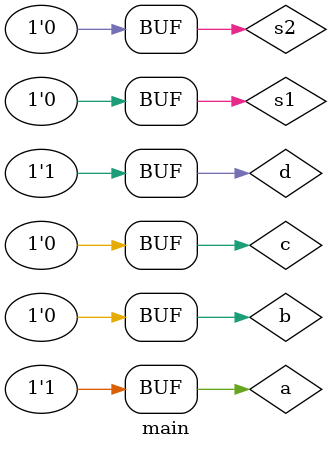
<source format=v>
module main;
	reg a,b,c,d,s1,s2;
	wire o;
	
	mux m(a,b,c,d,s1,s2,o);

initial begin
a=0; b=0; c=0; d=0; s1=0; s2=0;
#5  a=0; b=0; c=0; d=0; s1=0; s2=0;
#5  a=0; b=0; c=0; d=1; s1=0; s2=1;
#5  a=0; b=0; c=1; d=0; s1=1; s2=0;
#5  a=0; b=0; c=1; d=1; s1=1; s2=1;
#5  a=0; b=1; c=0; d=0; s1=0; s2=0;
#5  a=0; b=1; c=0; d=1; s1=0; s2=1;
#5  a=0; b=1; c=1; d=0; s1=1; s2=0;
#5  a=0; b=1; c=1; d=1; s1=1; s2=0;
#5  a=1; b=0; c=0; d=0; s1=0; s2=1;
#5  a=1; b=0; c=0; d=1; s1=0; s2=0;
end

initial begin
	$monitor("input_lines = %d%d%d%d, selection_lines = %d%d, output = %d",a,b,c,d,s1,s2,o);
end
endmodule
</source>
